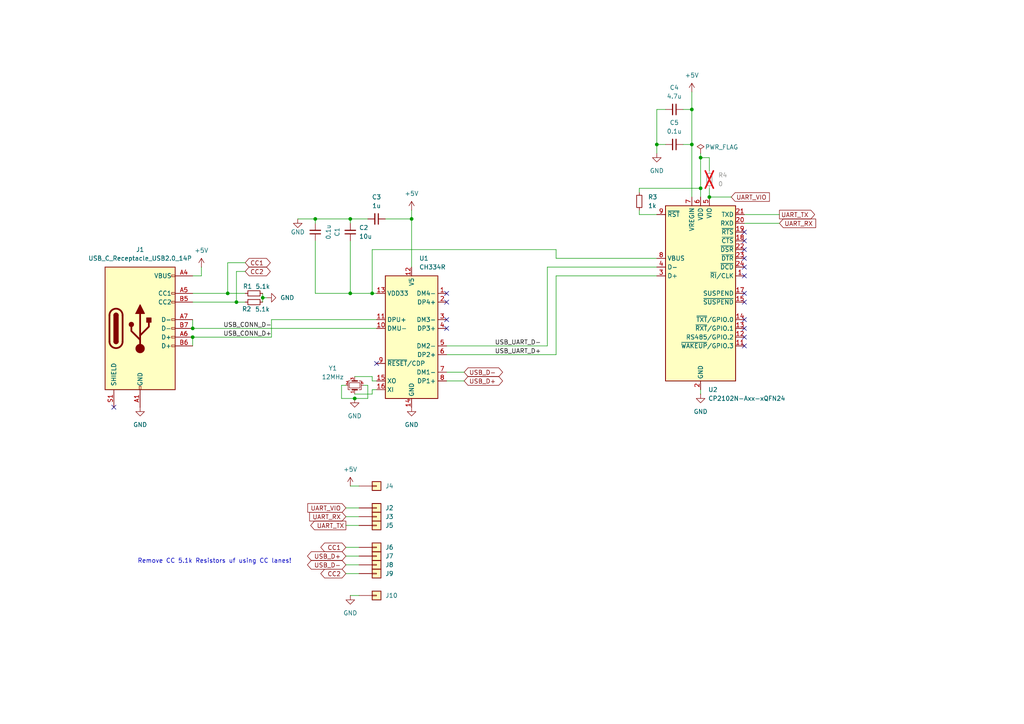
<source format=kicad_sch>
(kicad_sch (version 20231120) (generator "eeschema") (generator_version "8.0")
  (paper "A4")
  (lib_symbols
    (symbol "Conn_01x01_1" (pin_numbers hide) (pin_names (offset 1.016) hide)
      (property "Reference" "J" (at 0 2.54 0))
      (property "Value" "Conn_01x01" (at 0 -2.54 0))
      (symbol "Conn_01x01_1_1_1"
        (rectangle (start -1.27 0.127) (end 0 -0.127) (stroke (width 0.1524)))
        (rectangle (start -1.27 1.27) (end 1.27 -1.27) (stroke (width 0.254)) (fill (type background)))
        (pin passive line (at -5.08 0 0) (length 3.81) (name "Pin_1") (number "1"))
      )
    )
    (symbol "Conn_01x01_2" (pin_numbers hide) (pin_names (offset 1.016) hide)
      (property "Reference" "J" (at 0 2.54 0))
      (property "Value" "Conn_01x01" (at 0 -2.54 0))
      (symbol "Conn_01x01_2_1_1"
        (rectangle (start -1.27 0.127) (end 0 -0.127) (stroke (width 0.1524)))
        (rectangle (start -1.27 1.27) (end 1.27 -1.27) (stroke (width 0.254)) (fill (type background)))
        (pin passive line (at -5.08 0 0) (length 3.81) (name "Pin_1") (number "1"))
      )
    )
    (symbol "Conn_01x01_3" (pin_numbers hide) (pin_names (offset 1.016) hide)
      (property "Reference" "J" (at 0 2.54 0))
      (property "Value" "Conn_01x01" (at 0 -2.54 0))
      (symbol "Conn_01x01_3_1_1"
        (rectangle (start -1.27 0.127) (end 0 -0.127) (stroke (width 0.1524)))
        (rectangle (start -1.27 1.27) (end 1.27 -1.27) (stroke (width 0.254)) (fill (type background)))
        (pin passive line (at -5.08 0 0) (length 3.81) (name "Pin_1") (number "1"))
      )
    )
    (symbol "Conn_01x01_4" (pin_numbers hide) (pin_names (offset 1.016) hide)
      (property "Reference" "J" (at 0 2.54 0))
      (property "Value" "Conn_01x01" (at 0 -2.54 0))
      (symbol "Conn_01x01_4_1_1"
        (rectangle (start -1.27 0.127) (end 0 -0.127) (stroke (width 0.1524)))
        (rectangle (start -1.27 1.27) (end 1.27 -1.27) (stroke (width 0.254)) (fill (type background)))
        (pin passive line (at -5.08 0 0) (length 3.81) (name "Pin_1") (number "1"))
      )
    )
    (symbol "Conn_01x01_5" (pin_numbers hide) (pin_names (offset 1.016) hide)
      (property "Reference" "J" (at 0 2.54 0))
      (property "Value" "Conn_01x01" (at 0 -2.54 0))
      (symbol "Conn_01x01_5_1_1"
        (rectangle (start -1.27 0.127) (end 0 -0.127) (stroke (width 0.1524)))
        (rectangle (start -1.27 1.27) (end 1.27 -1.27) (stroke (width 0.254)) (fill (type background)))
        (pin passive line (at -5.08 0 0) (length 3.81) (name "Pin_1") (number "1"))
      )
    )
    (symbol "Conn_01x01_6" (pin_numbers hide) (pin_names (offset 1.016) hide)
      (property "Reference" "J" (at 0 2.54 0))
      (property "Value" "Conn_01x01" (at 0 -2.54 0))
      (symbol "Conn_01x01_6_1_1"
        (rectangle (start -1.27 0.127) (end 0 -0.127) (stroke (width 0.1524)))
        (rectangle (start -1.27 1.27) (end 1.27 -1.27) (stroke (width 0.254)) (fill (type background)))
        (pin passive line (at -5.08 0 0) (length 3.81) (name "Pin_1") (number "1"))
      )
    )
    (symbol "Conn_01x01_7" (pin_numbers hide) (pin_names (offset 1.016) hide)
      (property "Reference" "J" (at 0 2.54 0))
      (property "Value" "Conn_01x01" (at 0 -2.54 0))
      (symbol "Conn_01x01_7_1_1"
        (rectangle (start -1.27 0.127) (end 0 -0.127) (stroke (width 0.1524)))
        (rectangle (start -1.27 1.27) (end 1.27 -1.27) (stroke (width 0.254)) (fill (type background)))
        (pin passive line (at -5.08 0 0) (length 3.81) (name "Pin_1") (number "1"))
      )
    )
    (symbol "Connector:USB_C_Receptacle_USB2.0_14P" (pin_names (offset 1.016))
      (property "Reference" "J" (at 0 22.225 0))
      (property "Value" "USB_C_Receptacle_USB2.0_14P" (at 0 19.685 0))
      (symbol "USB_C_Receptacle_USB2.0_14P_0_0"
        (rectangle (start -0.254 -17.78) (end 0.254 -16.764))
        (rectangle (start 10.16 -4.826) (end 9.144 -5.334))
        (rectangle (start 10.16 -2.286) (end 9.144 -2.794))
        (rectangle (start 10.16 0.254) (end 9.144 -0.254))
        (rectangle (start 10.16 2.794) (end 9.144 2.286))
        (rectangle (start 10.16 7.874) (end 9.144 7.366))
        (rectangle (start 10.16 10.414) (end 9.144 9.906))
        (rectangle (start 10.16 15.494) (end 9.144 14.986))
      )
      (symbol "USB_C_Receptacle_USB2.0_14P_0_1"
        (rectangle (start -10.16 17.78) (end 10.16 -17.78) (stroke (width 0.254)) (fill (type background)))
        (arc (start -8.89 -3.81) (mid -6.985 -5.7067) (end -5.08 -3.81) (stroke (width 0.508)))
        (arc (start -7.62 -3.81) (mid -6.985 -4.4423) (end -6.35 -3.81) (stroke (width 0.254)))
        (arc (start -7.62 -3.81) (mid -6.985 -4.4423) (end -6.35 -3.81) (stroke (width 0.254)) (fill (type outline)))
        (rectangle (start -7.62 -3.81) (end -6.35 3.81) (stroke (width 0.254)) (fill (type outline)))
        (arc (start -6.35 3.81) (mid -6.985 4.4423) (end -7.62 3.81) (stroke (width 0.254)))
        (arc (start -6.35 3.81) (mid -6.985 4.4423) (end -7.62 3.81) (stroke (width 0.254)) (fill (type outline)))
        (arc (start -5.08 3.81) (mid -6.985 5.7067) (end -8.89 3.81) (stroke (width 0.508)))
        (circle (center -2.54 1.143) (radius 0.635) (stroke (width 0.254)) (fill (type outline)))
        (circle (center 0 -5.842) (radius 1.27) (fill (type outline)))
        (polyline (pts (xy -8.89 -3.81) (xy -8.89 3.81)) (stroke (width 0.508)))
        (polyline (pts (xy -5.08 3.81) (xy -5.08 -3.81)) (stroke (width 0.508)))
        (polyline (pts (xy 0 -5.842) (xy 0 4.318)) (stroke (width 0.508)))
        (polyline (pts (xy 0 -3.302) (xy -2.54 -0.762) (xy -2.54 0.508)) (stroke (width 0.508)))
        (polyline (pts (xy 0 -2.032) (xy 2.54 0.508) (xy 2.54 1.778)) (stroke (width 0.508)))
        (polyline (pts (xy -1.27 4.318) (xy 0 6.858) (xy 1.27 4.318) (xy -1.27 4.318)) (stroke (width 0.254)) (fill (type outline)))
        (rectangle (start 1.905 1.778) (end 3.175 3.048) (stroke (width 0.254)) (fill (type outline)))
      )
      (symbol "USB_C_Receptacle_USB2.0_14P_1_1"
        (pin passive line (at 0 -22.86 90) (length 5.08) (name "GND") (number "A1"))
        (pin passive line (at 0 -22.86 90) (length 5.08) hide (name "GND") (number "A12"))
        (pin passive line (at 15.24 15.24 180) (length 5.08) (name "VBUS") (number "A4"))
        (pin bidirectional line (at 15.24 10.16 180) (length 5.08) (name "CC1") (number "A5"))
        (pin bidirectional line (at 15.24 -2.54 180) (length 5.08) (name "D+") (number "A6"))
        (pin bidirectional line (at 15.24 2.54 180) (length 5.08) (name "D-") (number "A7"))
        (pin passive line (at 15.24 15.24 180) (length 5.08) hide (name "VBUS") (number "A9"))
        (pin passive line (at 0 -22.86 90) (length 5.08) hide (name "GND") (number "B1"))
        (pin passive line (at 0 -22.86 90) (length 5.08) hide (name "GND") (number "B12"))
        (pin passive line (at 15.24 15.24 180) (length 5.08) hide (name "VBUS") (number "B4"))
        (pin bidirectional line (at 15.24 7.62 180) (length 5.08) (name "CC2") (number "B5"))
        (pin bidirectional line (at 15.24 -5.08 180) (length 5.08) (name "D+") (number "B6"))
        (pin bidirectional line (at 15.24 0 180) (length 5.08) (name "D-") (number "B7"))
        (pin passive line (at 15.24 15.24 180) (length 5.08) hide (name "VBUS") (number "B9"))
        (pin passive line (at -7.62 -22.86 90) (length 5.08) (name "SHIELD") (number "S1"))
      )
    )
    (symbol "Connector_Generic:Conn_01x01" (pin_numbers hide) (pin_names (offset 1.016) hide)
      (property "Reference" "J" (at 0 2.54 0))
      (property "Value" "Conn_01x01" (at 0 -2.54 0))
      (symbol "Conn_01x01_1_1"
        (rectangle (start -1.27 0.127) (end 0 -0.127) (stroke (width 0.1524)))
        (rectangle (start -1.27 1.27) (end 1.27 -1.27) (stroke (width 0.254)) (fill (type background)))
        (pin passive line (at -5.08 0 0) (length 3.81) (name "Pin_1") (number "1"))
      )
    )
    (symbol "Device:C_Small" (pin_numbers hide) (pin_names (offset 0.254) hide)
      (property "Reference" "C" (at 0.254 1.778 0))
      (property "Value" "C_Small" (at 0.254 -2.032 0))
      (symbol "C_Small_0_1"
        (polyline (pts (xy -1.524 -0.508) (xy 1.524 -0.508)) (stroke (width 0.3302)))
        (polyline (pts (xy -1.524 0.508) (xy 1.524 0.508)) (stroke (width 0.3048)))
      )
      (symbol "C_Small_1_1"
        (pin passive line (at 0 2.54 270) (length 2.032) (name "~") (number "1"))
        (pin passive line (at 0 -2.54 90) (length 2.032) (name "~") (number "2"))
      )
    )
    (symbol "Device:Crystal_GND24_Small" (pin_names (offset 1.016) hide)
      (property "Reference" "Y" (at 1.27 4.445 0))
      (property "Value" "Crystal_GND24_Small" (at 1.27 2.54 0))
      (symbol "Crystal_GND24_Small_0_1"
        (rectangle (start -0.762 -1.524) (end 0.762 1.524))
        (polyline (pts (xy -1.27 -0.762) (xy -1.27 0.762)) (stroke (width 0.381)))
        (polyline (pts (xy 1.27 -0.762) (xy 1.27 0.762)) (stroke (width 0.381)))
        (polyline (pts (xy -1.27 -1.27) (xy -1.27 -1.905) (xy 1.27 -1.905) (xy 1.27 -1.27)))
        (polyline (pts (xy -1.27 1.27) (xy -1.27 1.905) (xy 1.27 1.905) (xy 1.27 1.27)))
      )
      (symbol "Crystal_GND24_Small_1_1"
        (pin passive line (at -2.54 0 0) (length 1.27) (name "1") (number "1"))
        (pin passive line (at 0 -2.54 90) (length 0.635) (name "2") (number "2"))
        (pin passive line (at 2.54 0 180) (length 1.27) (name "3") (number "3"))
        (pin passive line (at 0 2.54 270) (length 0.635) (name "4") (number "4"))
      )
    )
    (symbol "Device:R_Small" (pin_numbers hide) (pin_names (offset 0.254) hide)
      (property "Reference" "R" (at 0.762 0.508 0))
      (property "Value" "R_Small" (at 0.762 -1.016 0))
      (symbol "R_Small_0_1"
        (rectangle (start -0.762 1.778) (end 0.762 -1.778) (stroke (width 0.2032)))
      )
      (symbol "R_Small_1_1"
        (pin passive line (at 0 2.54 270) (length 0.762) (name "~") (number "1"))
        (pin passive line (at 0 -2.54 90) (length 0.762) (name "~") (number "2"))
      )
    )
    (symbol "Interface_USB:CH334R"
      (property "Reference" "U" (at -7.62 20.32 0))
      (property "Value" "CH334R" (at 2.54 20.32 0))
      (symbol "CH334R_0_1"
        (rectangle (start -7.62 17.78) (end 7.62 -17.78) (stroke (width 0.254)) (fill (type background)))
      )
      (symbol "CH334R_1_1"
        (pin bidirectional line (at 10.16 12.7 180) (length 2.54) (name "DM4-") (number "1"))
        (pin bidirectional line (at -10.16 2.54 0) (length 2.54) (name "DMU-") (number "10"))
        (pin bidirectional line (at -10.16 5.08 0) (length 2.54) (name "DPU+") (number "11"))
        (pin power_in line (at 0 20.32 270) (length 2.54) (name "V5") (number "12"))
        (pin passive line (at -10.16 12.7 0) (length 2.54) (name "VDD33") (number "13"))
        (pin power_in line (at 0 -20.32 90) (length 2.54) (name "GND") (number "14"))
        (pin passive line (at -10.16 -12.7 0) (length 2.54) (name "XO") (number "15"))
        (pin passive line (at -10.16 -15.24 0) (length 2.54) (name "XI") (number "16"))
        (pin bidirectional line (at 10.16 10.16 180) (length 2.54) (name "DP4+") (number "2"))
        (pin bidirectional line (at 10.16 5.08 180) (length 2.54) (name "DM3-") (number "3"))
        (pin bidirectional line (at 10.16 2.54 180) (length 2.54) (name "DP3+") (number "4"))
        (pin bidirectional line (at 10.16 -2.54 180) (length 2.54) (name "DM2-") (number "5"))
        (pin bidirectional line (at 10.16 -5.08 180) (length 2.54) (name "DP2+") (number "6"))
        (pin bidirectional line (at 10.16 -10.16 180) (length 2.54) (name "DM1-") (number "7"))
        (pin bidirectional line (at 10.16 -12.7 180) (length 2.54) (name "DP1+") (number "8"))
        (pin input line (at -10.16 -7.62 0) (length 2.54) (name "~{RESET}/CDP") (number "9"))
      )
    )
    (symbol "Interface_USB:CP2102N-Axx-xQFN24"
      (property "Reference" "U" (at -8.89 26.67 0))
      (property "Value" "CP2102N-Axx-xQFN24" (at 13.97 26.67 0))
      (symbol "CP2102N-Axx-xQFN24_0_1"
        (rectangle (start -10.16 25.4) (end 10.16 -25.4) (stroke (width 0.254)) (fill (type background)))
      )
      (symbol "CP2102N-Axx-xQFN24_1_1"
        (pin bidirectional line (at 12.7 5.08 180) (length 2.54) (name "~{RI}/CLK") (number "1"))
        (pin no_connect line (at -10.16 -22.86 0) (length 2.54) hide (name "NC") (number "10"))
        (pin bidirectional line (at 12.7 -15.24 180) (length 2.54) (name "~{WAKEUP}/GPIO.3") (number "11"))
        (pin bidirectional line (at 12.7 -12.7 180) (length 2.54) (name "RS485/GPIO.2") (number "12"))
        (pin bidirectional line (at 12.7 -10.16 180) (length 2.54) (name "~{RXT}/GPIO.1") (number "13"))
        (pin bidirectional line (at 12.7 -7.62 180) (length 2.54) (name "~{TXT}/GPIO.0") (number "14"))
        (pin output line (at 12.7 -2.54 180) (length 2.54) (name "~{SUSPEND}") (number "15"))
        (pin no_connect line (at 10.16 -22.86 180) (length 2.54) hide (name "NC") (number "16"))
        (pin output line (at 12.7 0 180) (length 2.54) (name "SUSPEND") (number "17"))
        (pin input line (at 12.7 15.24 180) (length 2.54) (name "~{CTS}") (number "18"))
        (pin output line (at 12.7 17.78 180) (length 2.54) (name "~{RTS}") (number "19"))
        (pin power_in line (at 0 -27.94 90) (length 2.54) (name "GND") (number "2"))
        (pin input line (at 12.7 20.32 180) (length 2.54) (name "RXD") (number "20"))
        (pin output line (at 12.7 22.86 180) (length 2.54) (name "TXD") (number "21"))
        (pin input line (at 12.7 12.7 180) (length 2.54) (name "~{DSR}") (number "22"))
        (pin output line (at 12.7 10.16 180) (length 2.54) (name "~{DTR}") (number "23"))
        (pin input line (at 12.7 7.62 180) (length 2.54) (name "~{DCD}") (number "24"))
        (pin passive line (at 0 -27.94 90) (length 2.54) hide (name "GND") (number "25"))
        (pin bidirectional line (at -12.7 5.08 0) (length 2.54) (name "D+") (number "3"))
        (pin bidirectional line (at -12.7 7.62 0) (length 2.54) (name "D-") (number "4"))
        (pin power_in line (at 2.54 27.94 270) (length 2.54) (name "VIO") (number "5"))
        (pin power_in line (at 0 27.94 270) (length 2.54) (name "VDD") (number "6"))
        (pin power_in line (at -2.54 27.94 270) (length 2.54) (name "VREGIN") (number "7"))
        (pin input line (at -12.7 10.16 0) (length 2.54) (name "VBUS") (number "8"))
        (pin input line (at -12.7 22.86 0) (length 2.54) (name "~{RST}") (number "9"))
      )
    )
    (symbol "power:+5V" (power) (pin_numbers hide) (pin_names (offset 0) hide)
      (property "Value" "+5V" (at 0 3.556 0))
      (symbol "+5V_0_1"
        (polyline (pts (xy -0.762 1.27) (xy 0 2.54)))
        (polyline (pts (xy 0 0) (xy 0 2.54)))
        (polyline (pts (xy 0 2.54) (xy 0.762 1.27)))
      )
      (symbol "+5V_1_1"
        (pin power_in line (at 0 0 90) (length 0) (name "~") (number "1"))
      )
    )
    (symbol "power:GND" (power) (pin_numbers hide) (pin_names (offset 0) hide)
      (property "Value" "GND" (at 0 -3.81 0))
      (symbol "GND_0_1"
        (polyline (pts (xy 0 0) (xy 0 -1.27) (xy 1.27 -1.27) (xy 0 -2.54) (xy -1.27 -1.27) (xy 0 -1.27)))
      )
      (symbol "GND_1_1"
        (pin power_in line (at 0 0 270) (length 0) (name "~") (number "1"))
      )
    )
    (symbol "power:PWR_FLAG" (power) (pin_numbers hide) (pin_names (offset 0) hide)
      (property "Value" "PWR_FLAG" (at 0 3.81 0))
      (symbol "PWR_FLAG_0_0"
        (pin power_out line (at 0 0 90) (length 0) (name "~") (number "1"))
      )
      (symbol "PWR_FLAG_0_1"
        (polyline (pts (xy 0 0) (xy 0 1.27) (xy -1.016 1.905) (xy 0 2.54) (xy 1.016 1.905) (xy 0 1.27)))
      )
    )
  )
  (junction (at 200.66 31.75))
  (junction (at 91.44 63.5))
  (junction (at 68.58 87.63))
  (junction (at 66.04 85.09))
  (junction (at 101.6 85.09))
  (junction (at 102.87 115.57))
  (junction (at 200.66 41.91))
  (junction (at 203.2 54.61))
  (junction (at 101.6 63.5))
  (junction (at 76.2 86.36))
  (junction (at 190.5 41.91))
  (junction (at 55.88 95.25))
  (junction (at 107.95 85.09))
  (junction (at 119.38 63.5))
  (junction (at 55.88 97.79))
  (junction (at 205.74 57.15))
  (junction (at 203.2 45.72))
  (no_connect (at 215.9 100.33))
  (no_connect (at 33.02 118.11))
  (no_connect (at 215.9 85.09))
  (no_connect (at 215.9 87.63))
  (no_connect (at 109.22 105.41))
  (no_connect (at 215.9 74.93))
  (no_connect (at 129.54 87.63))
  (no_connect (at 129.54 85.09))
  (no_connect (at 215.9 67.31))
  (no_connect (at 215.9 69.85))
  (no_connect (at 129.54 92.71))
  (no_connect (at 215.9 72.39))
  (no_connect (at 129.54 95.25))
  (no_connect (at 215.9 80.01))
  (no_connect (at 215.9 97.79))
  (no_connect (at 215.9 77.47))
  (no_connect (at 215.9 95.25))
  (no_connect (at 215.9 92.71))
  (wire (pts (xy 193.04 31.75) (xy 190.5 31.75)))
  (wire (pts (xy 68.58 78.74) (xy 68.58 87.63)))
  (wire (pts (xy 101.6 63.5) (xy 106.68 63.5)))
  (wire (pts (xy 129.54 100.33) (xy 158.75 100.33)))
  (wire (pts (xy 185.42 54.61) (xy 203.2 54.61)))
  (wire (pts (xy 185.42 62.23) (xy 190.5 62.23)))
  (wire (pts (xy 91.44 85.09) (xy 101.6 85.09)))
  (wire (pts (xy 198.12 41.91) (xy 200.66 41.91)))
  (wire (pts (xy 71.12 76.2) (xy 66.04 76.2)))
  (wire (pts (xy 203.2 54.61) (xy 203.2 57.15)))
  (wire (pts (xy 107.95 114.3) (xy 102.87 114.3)))
  (wire (pts (xy 215.9 62.23) (xy 226.06 62.23)))
  (wire (pts (xy 101.6 63.5) (xy 91.44 63.5)))
  (wire (pts (xy 203.2 44.45) (xy 203.2 45.72)))
  (wire (pts (xy 106.68 115.57) (xy 102.87 115.57)))
  (wire (pts (xy 190.5 41.91) (xy 193.04 41.91)))
  (wire (pts (xy 107.95 110.49) (xy 109.22 110.49)))
  (wire (pts (xy 55.88 92.71) (xy 55.88 95.25)))
  (wire (pts (xy 76.2 86.36) (xy 77.47 86.36)))
  (wire (pts (xy 86.36 63.5) (xy 91.44 63.5)))
  (wire (pts (xy 205.74 49.53) (xy 205.74 45.72)))
  (wire (pts (xy 100.33 158.75) (xy 104.14 158.75)))
  (wire (pts (xy 101.6 172.72) (xy 104.14 172.72)))
  (wire (pts (xy 203.2 45.72) (xy 203.2 54.61)))
  (wire (pts (xy 215.9 64.77) (xy 226.06 64.77)))
  (wire (pts (xy 119.38 63.5) (xy 111.76 63.5)))
  (wire (pts (xy 104.14 161.29) (xy 100.33 161.29)))
  (wire (pts (xy 99.06 115.57) (xy 99.06 111.76)))
  (wire (pts (xy 107.95 113.03) (xy 107.95 114.3)))
  (wire (pts (xy 190.5 77.47) (xy 158.75 77.47)))
  (wire (pts (xy 107.95 85.09) (xy 109.22 85.09)))
  (wire (pts (xy 101.6 85.09) (xy 107.95 85.09)))
  (wire (pts (xy 101.6 69.85) (xy 101.6 85.09)))
  (wire (pts (xy 190.5 44.45) (xy 190.5 41.91)))
  (wire (pts (xy 203.2 45.72) (xy 205.74 45.72)))
  (wire (pts (xy 100.33 152.4) (xy 104.14 152.4)))
  (wire (pts (xy 71.12 87.63) (xy 68.58 87.63)))
  (wire (pts (xy 198.12 31.75) (xy 200.66 31.75)))
  (wire (pts (xy 66.04 85.09) (xy 55.88 85.09)))
  (wire (pts (xy 55.88 80.01) (xy 58.42 80.01)))
  (wire (pts (xy 107.95 109.22) (xy 107.95 110.49)))
  (wire (pts (xy 161.29 72.39) (xy 107.95 72.39)))
  (wire (pts (xy 161.29 80.01) (xy 161.29 102.87)))
  (wire (pts (xy 200.66 26.67) (xy 200.66 31.75)))
  (wire (pts (xy 107.95 72.39) (xy 107.95 85.09)))
  (wire (pts (xy 71.12 85.09) (xy 66.04 85.09)))
  (wire (pts (xy 203.2 114.3) (xy 203.2 113.03)))
  (wire (pts (xy 106.68 111.76) (xy 106.68 115.57)))
  (wire (pts (xy 205.74 54.61) (xy 205.74 57.15)))
  (wire (pts (xy 58.42 80.01) (xy 58.42 77.47)))
  (wire (pts (xy 185.42 55.88) (xy 185.42 54.61)))
  (wire (pts (xy 109.22 92.71) (xy 78.74 92.71)))
  (wire (pts (xy 100.33 147.32) (xy 104.14 147.32)))
  (wire (pts (xy 161.29 102.87) (xy 129.54 102.87)))
  (wire (pts (xy 100.33 166.37) (xy 104.14 166.37)))
  (wire (pts (xy 107.95 113.03) (xy 109.22 113.03)))
  (wire (pts (xy 55.88 97.79) (xy 55.88 100.33)))
  (wire (pts (xy 91.44 69.85) (xy 91.44 85.09)))
  (wire (pts (xy 76.2 86.36) (xy 76.2 87.63)))
  (wire (pts (xy 71.12 78.74) (xy 68.58 78.74)))
  (wire (pts (xy 185.42 62.23) (xy 185.42 60.96)))
  (wire (pts (xy 91.44 63.5) (xy 91.44 64.77)))
  (wire (pts (xy 101.6 140.97) (xy 104.14 140.97)))
  (wire (pts (xy 66.04 76.2) (xy 66.04 85.09)))
  (wire (pts (xy 205.74 57.15) (xy 212.09 57.15)))
  (wire (pts (xy 119.38 77.47) (xy 119.38 63.5)))
  (wire (pts (xy 161.29 72.39) (xy 161.29 74.93)))
  (wire (pts (xy 78.74 92.71) (xy 78.74 97.79)))
  (wire (pts (xy 200.66 31.75) (xy 200.66 41.91)))
  (wire (pts (xy 104.14 163.83) (xy 100.33 163.83)))
  (wire (pts (xy 101.6 64.77) (xy 101.6 63.5)))
  (wire (pts (xy 55.88 97.79) (xy 78.74 97.79)))
  (wire (pts (xy 119.38 60.96) (xy 119.38 63.5)))
  (wire (pts (xy 190.5 31.75) (xy 190.5 41.91)))
  (wire (pts (xy 76.2 85.09) (xy 76.2 86.36)))
  (wire (pts (xy 102.87 109.22) (xy 107.95 109.22)))
  (wire (pts (xy 129.54 107.95) (xy 134.62 107.95)))
  (wire (pts (xy 105.41 111.76) (xy 106.68 111.76)))
  (wire (pts (xy 190.5 80.01) (xy 161.29 80.01)))
  (wire (pts (xy 200.66 41.91) (xy 200.66 57.15)))
  (wire (pts (xy 158.75 77.47) (xy 158.75 100.33)))
  (wire (pts (xy 100.33 149.86) (xy 104.14 149.86)))
  (wire (pts (xy 109.22 95.25) (xy 55.88 95.25)))
  (wire (pts (xy 99.06 111.76) (xy 100.33 111.76)))
  (wire (pts (xy 129.54 110.49) (xy 134.62 110.49)))
  (wire (pts (xy 102.87 115.57) (xy 99.06 115.57)))
  (wire (pts (xy 161.29 74.93) (xy 190.5 74.93)))
  (wire (pts (xy 68.58 87.63) (xy 55.88 87.63)))
  (text "Remove CC 5.1k Resistors uf using CC lanes!" (at 62.23 162.814 0) (effects (font (size 1.27 1.27))))
  (label "USB_CONN_D-" (at 64.77 95.25 0))
  (label "USB_UART_D+" (at 143.51 102.87 0))
  (label "USB_CONN_D+" (at 64.77 97.79 0))
  (label "USB_UART_D-" (at 143.51 100.33 0))
  (global_label "UART_TX" (shape output) (at 226.06 62.23 0) (property "Intersheetrefs" "${INTERSHEET_REFS}" (effects (hide yes))))
  (global_label "UART_RX" (shape input) (at 100.33 149.86 180) (property "Intersheetrefs" "${INTERSHEET_REFS}" (effects (hide yes))))
  (global_label "UART_VIO" (shape input) (at 100.33 147.32 180) (property "Intersheetrefs" "${INTERSHEET_REFS}" (effects (hide yes))))
  (global_label "USB_D-" (shape bidirectional) (at 100.33 163.83 180) (property "Intersheetrefs" "${INTERSHEET_REFS}" (effects (hide yes))))
  (global_label "UART_VIO" (shape input) (at 212.09 57.15 0) (property "Intersheetrefs" "${INTERSHEET_REFS}" (effects (hide yes))))
  (global_label "CC2" (shape bidirectional) (at 100.33 166.37 180) (property "Intersheetrefs" "${INTERSHEET_REFS}" (effects (hide yes))))
  (global_label "CC2" (shape bidirectional) (at 71.12 78.74 0) (property "Intersheetrefs" "${INTERSHEET_REFS}" (effects (hide yes))))
  (global_label "CC1" (shape bidirectional) (at 100.33 158.75 180) (property "Intersheetrefs" "${INTERSHEET_REFS}" (effects (hide yes))))
  (global_label "USB_D-" (shape bidirectional) (at 134.62 107.95 0) (property "Intersheetrefs" "${INTERSHEET_REFS}" (effects (hide yes))))
  (global_label "USB_D+" (shape bidirectional) (at 100.33 161.29 180) (property "Intersheetrefs" "${INTERSHEET_REFS}" (effects (hide yes))))
  (global_label "USB_D+" (shape bidirectional) (at 134.62 110.49 0) (property "Intersheetrefs" "${INTERSHEET_REFS}" (effects (hide yes))))
  (global_label "UART_RX" (shape input) (at 226.06 64.77 0) (property "Intersheetrefs" "${INTERSHEET_REFS}" (effects (hide yes))))
  (global_label "UART_TX" (shape output) (at 100.33 152.4 180) (property "Intersheetrefs" "${INTERSHEET_REFS}" (effects (hide yes))))
  (global_label "CC1" (shape bidirectional) (at 71.12 76.2 0) (property "Intersheetrefs" "${INTERSHEET_REFS}" (effects (hide yes))))
  (symbol (lib_id "Device:R_Small") (at 73.66 85.09 90) (unit 1)
    (property "Reference" "R1" (at 73.152 83.058 90) (effects (justify left)))
    (property "Value" "5.1k" (at 76.2 83.82 90) (effects (justify top)))
    (property "Footprint" "Resistor_SMD:R_0402_1005Metric" (effects (hide yes)))
    (property "Description" "Resistor, small symbol" (effects (hide yes)))
    (property "LCSC" "C25905" (effects (hide yes)))
  )
  (symbol (lib_id "Device:C_Small") (at 101.6 67.31 180) (unit 1)
    (property "Reference" "C2" (at 104.14 66.0335 0) (effects (justify right)))
    (property "Value" "10u" (at 104.14 68.5735 0) (effects (justify right)))
    (property "Footprint" "Capacitor_SMD:C_0402_1005Metric" (effects (hide yes)))
    (property "Description" "Unpolarized capacitor, small symbol" (effects (hide yes)))
    (property "LCSC" "C15525" (effects (hide yes)))
  )
  (symbol (lib_name "Conn_01x01_2") (lib_id "Connector_Generic:Conn_01x01") (at 109.22 147.32 0) (unit 1)
    (property "Reference" "J2" (at 111.76 147.32 0) (effects (justify left)))
    (property "Value" "Conn_01x01" (effects (hide yes)))
    (property "Footprint" "TestPoint:TestPoint_Pad_1.0x1.0mm" (effects (hide yes)))
    (property "Description" "Generic connector, single row, 01x01, script generated (kicad-library-utils/schlib/autogen/connector/)" (effects (hide yes)))
  )
  (symbol (lib_id "power:GND") (at 203.2 114.3 0) (unit 1)
    (property "Reference" "#PWR09" (effects (hide yes)))
    (property "Value" "GND" (at 203.2 119.38 0))
    (property "Description" "Power symbol creates a global label with name \"GND\" , ground" (effects (hide yes)))
  )
  (symbol (lib_id "power:GND") (at 86.36 63.5 0) (unit 1)
    (property "Reference" "#PWR03" (effects (hide yes)))
    (property "Value" "GND" (at 86.36 67.31 0))
    (property "Description" "Power symbol creates a global label with name \"GND\" , ground" (effects (hide yes)))
  )
  (symbol (lib_id "power:GND") (at 102.87 115.57 0) (unit 1)
    (property "Reference" "#PWR04" (effects (hide yes)))
    (property "Value" "GND" (at 102.87 120.65 0))
    (property "Description" "Power symbol creates a global label with name \"GND\" , ground" (effects (hide yes)))
  )
  (symbol (lib_name "Conn_01x01_3") (lib_id "Connector_Generic:Conn_01x01") (at 109.22 149.86 0) (unit 1)
    (property "Reference" "J3" (at 111.76 149.86 0) (effects (justify left)))
    (property "Value" "Conn_01x01" (effects (hide yes)))
    (property "Footprint" "TestPoint:TestPoint_Pad_1.0x1.0mm" (effects (hide yes)))
    (property "Description" "Generic connector, single row, 01x01, script generated (kicad-library-utils/schlib/autogen/connector/)" (effects (hide yes)))
  )
  (symbol (lib_name "Conn_01x01_4") (lib_id "Connector_Generic:Conn_01x01") (at 109.22 152.4 0) (unit 1)
    (property "Reference" "J5" (at 111.76 152.4 0) (effects (justify left)))
    (property "Value" "Conn_01x01" (effects (hide yes)))
    (property "Footprint" "TestPoint:TestPoint_Pad_1.0x1.0mm" (effects (hide yes)))
    (property "Description" "Generic connector, single row, 01x01, script generated (kicad-library-utils/schlib/autogen/connector/)" (effects (hide yes)))
  )
  (symbol (lib_id "Device:C_Small") (at 195.58 31.75 270) (unit 1)
    (property "Reference" "C4" (at 195.5736 25.4 90))
    (property "Value" "4.7u" (at 195.5736 27.94 90))
    (property "Footprint" "Capacitor_SMD:C_0402_1005Metric" (effects (hide yes)))
    (property "Description" "Unpolarized capacitor, small symbol" (effects (hide yes)))
    (property "LCSC" "C23733" (effects (hide yes)))
  )
  (symbol (lib_id "power:GND") (at 101.6 172.72 0) (unit 1)
    (property "Reference" "#PWR011" (effects (hide yes)))
    (property "Value" "GND" (at 101.6 177.8 0))
    (property "Description" "Power symbol creates a global label with name \"GND\" , ground" (effects (hide yes)))
  )
  (symbol (lib_id "power:GND") (at 119.38 118.11 0) (unit 1)
    (property "Reference" "#PWR06" (effects (hide yes)))
    (property "Value" "GND" (at 119.38 123.19 0))
    (property "Description" "Power symbol creates a global label with name \"GND\" , ground" (effects (hide yes)))
  )
  (symbol (lib_id "power:GND") (at 77.47 86.36 90) (unit 1)
    (property "Reference" "#PWR02" (effects (hide yes)))
    (property "Value" "GND" (at 81.28 86.3599 90) (effects (justify right)))
    (property "Description" "Power symbol creates a global label with name \"GND\" , ground" (effects (hide yes)))
  )
  (symbol (lib_id "Interface_USB:CP2102N-Axx-xQFN24") (at 203.2 85.09 0) (unit 1)
    (property "Reference" "U2" (at 205.3941 113.03 0) (effects (justify left)))
    (property "Value" "CP2102N-Axx-xQFN24" (at 205.3941 115.57 0) (effects (justify left)))
    (property "Footprint" "Package_DFN_QFN:QFN-24-1EP_4x4mm_P0.5mm_EP2.6x2.6mm" (effects (hide yes)))
    (property "Datasheet" "https://www.silabs.com/documents/public/data-sheets/cp2102n-datasheet.pdf" (effects (hide yes)))
    (property "Description" "USB to UART master bridge, QFN-24" (effects (hide yes)))
    (property "LCSC" "C969151" (effects (hide yes)))
  )
  (symbol (lib_id "power:+5V") (at 200.66 26.67 0) (unit 1)
    (property "Reference" "#PWR08" (effects (hide yes)))
    (property "Value" "+5V" (at 200.66 21.844 0))
    (property "Description" "Power symbol creates a global label with name \"+5V\"" (effects (hide yes)))
  )
  (symbol (lib_id "Connector_Generic:Conn_01x01") (at 109.22 166.37 0) (unit 1)
    (property "Reference" "J9" (at 111.76 166.37 0) (effects (justify left)))
    (property "Value" "Conn_01x01" (effects (hide yes)))
    (property "Footprint" "TestPoint:TestPoint_Pad_1.0x1.0mm" (effects (hide yes)))
    (property "Description" "Generic connector, single row, 01x01, script generated (kicad-library-utils/schlib/autogen/connector/)" (effects (hide yes)))
  )
  (symbol (lib_id "power:+5V") (at 119.38 60.96 0) (unit 1)
    (property "Reference" "#PWR05" (effects (hide yes)))
    (property "Value" "+5V" (at 119.38 56.134 0))
    (property "Description" "Power symbol creates a global label with name \"+5V\"" (effects (hide yes)))
  )
  (symbol (lib_id "power:+5V") (at 101.6 140.97 0) (unit 1)
    (property "Reference" "#PWR010" (effects (hide yes)))
    (property "Value" "+5V" (at 101.6 136.144 0))
    (property "Description" "Power symbol creates a global label with name \"+5V\"" (effects (hide yes)))
  )
  (symbol (lib_id "Device:Crystal_GND24_Small") (at 102.87 111.76 270) (mirror x) (unit 1)
    (property "Reference" "Y1" (at 96.52 106.8068 90))
    (property "Value" "12MHz" (at 96.52 109.3468 90))
    (property "Footprint" "Crystal:Crystal_SMD_3225-4Pin_3.2x2.5mm" (effects (hide yes)))
    (property "Description" "Four pin crystal, GND on pins 2 and 4, small symbol" (effects (hide yes)))
    (property "LCSC" "C9002" (effects (hide yes)))
  )
  (symbol (lib_id "Device:R_Small") (at 205.74 52.07 0) (unit 1) (dnp yes)
    (property "Reference" "R4" (at 208.28 50.7999 0) (effects (justify left)))
    (property "Value" "0" (at 208.28 53.3399 0) (effects (justify left)))
    (property "Footprint" "Resistor_SMD:R_0402_1005Metric" (effects (hide yes)))
    (property "Description" "Resistor, small symbol" (effects (hide yes)))
    (property "LCSC" "C11702" (effects (hide yes)))
  )
  (symbol (lib_id "power:GND") (at 40.64 118.11 0) (unit 1)
    (property "Reference" "#PWR01" (effects (hide yes)))
    (property "Value" "GND" (at 40.64 123.19 0))
    (property "Description" "Power symbol creates a global label with name \"GND\" , ground" (effects (hide yes)))
  )
  (symbol (lib_name "Conn_01x01_1") (lib_id "Connector_Generic:Conn_01x01") (at 109.22 172.72 0) (unit 1)
    (property "Reference" "J10" (at 111.76 172.72 0) (effects (justify left)))
    (property "Value" "Conn_01x01" (effects (hide yes)))
    (property "Footprint" "TestPoint:TestPoint_Pad_1.5x1.5mm" (effects (hide yes)))
    (property "Description" "Generic connector, single row, 01x01, script generated (kicad-library-utils/schlib/autogen/connector/)" (effects (hide yes)))
  )
  (symbol (lib_name "Conn_01x01_6") (lib_id "Connector_Generic:Conn_01x01") (at 109.22 161.29 0) (unit 1)
    (property "Reference" "J7" (at 111.76 161.29 0) (effects (justify left)))
    (property "Value" "Conn_01x01" (effects (hide yes)))
    (property "Footprint" "TestPoint:TestPoint_Pad_1.0x1.0mm" (effects (hide yes)))
    (property "Description" "Generic connector, single row, 01x01, script generated (kicad-library-utils/schlib/autogen/connector/)" (effects (hide yes)))
  )
  (symbol (lib_name "Conn_01x01_7") (lib_id "Connector_Generic:Conn_01x01") (at 109.22 163.83 0) (unit 1)
    (property "Reference" "J8" (at 111.76 163.83 0) (effects (justify left)))
    (property "Value" "Conn_01x01" (effects (hide yes)))
    (property "Footprint" "TestPoint:TestPoint_Pad_1.0x1.0mm" (effects (hide yes)))
    (property "Description" "Generic connector, single row, 01x01, script generated (kicad-library-utils/schlib/autogen/connector/)" (effects (hide yes)))
  )
  (symbol (lib_id "Device:R_Small") (at 73.66 87.63 90) (unit 1)
    (property "Reference" "R2" (at 72.898 88.9 90) (effects (justify left bottom)))
    (property "Value" "5.1k" (at 78.232 90.424 90) (effects (justify left top)))
    (property "Footprint" "Resistor_SMD:R_0402_1005Metric" (effects (hide yes)))
    (property "Description" "Resistor, small symbol" (effects (hide yes)))
    (property "LCSC" "C25905" (effects (hide yes)))
  )
  (symbol (lib_id "Device:C_Small") (at 109.22 63.5 270) (unit 1)
    (property "Reference" "C3" (at 109.2136 57.15 90))
    (property "Value" "1u" (at 109.2136 59.69 90))
    (property "Footprint" "Capacitor_SMD:C_0402_1005Metric" (effects (hide yes)))
    (property "Description" "Unpolarized capacitor, small symbol" (effects (hide yes)))
    (property "LCSC" "C52923" (effects (hide yes)))
  )
  (symbol (lib_id "Device:C_Small") (at 195.58 41.91 270) (unit 1)
    (property "Reference" "C5" (at 195.5736 35.56 90))
    (property "Value" "0.1u" (at 195.5736 38.1 90))
    (property "Footprint" "Capacitor_SMD:C_0402_1005Metric" (effects (hide yes)))
    (property "Description" "Unpolarized capacitor, small symbol" (effects (hide yes)))
    (property "LCSC" "C1525" (effects (hide yes)))
  )
  (symbol (lib_name "Conn_01x01_1") (lib_id "Connector_Generic:Conn_01x01") (at 109.22 140.97 0) (unit 1)
    (property "Reference" "J4" (at 111.76 140.97 0) (effects (justify left)))
    (property "Value" "Conn_01x01" (effects (hide yes)))
    (property "Footprint" "TestPoint:TestPoint_Pad_1.5x1.5mm" (effects (hide yes)))
    (property "Description" "Generic connector, single row, 01x01, script generated (kicad-library-utils/schlib/autogen/connector/)" (effects (hide yes)))
  )
  (symbol (lib_name "Conn_01x01_5") (lib_id "Connector_Generic:Conn_01x01") (at 109.22 158.75 0) (unit 1)
    (property "Reference" "J6" (at 111.76 158.75 0) (effects (justify left)))
    (property "Value" "Conn_01x01" (effects (hide yes)))
    (property "Footprint" "TestPoint:TestPoint_Pad_1.0x1.0mm" (effects (hide yes)))
    (property "Description" "Generic connector, single row, 01x01, script generated (kicad-library-utils/schlib/autogen/connector/)" (effects (hide yes)))
  )
  (symbol (lib_id "power:GND") (at 190.5 44.45 0) (unit 1)
    (property "Reference" "#PWR07" (effects (hide yes)))
    (property "Value" "GND" (at 190.5 49.53 0))
    (property "Description" "Power symbol creates a global label with name \"GND\" , ground" (effects (hide yes)))
  )
  (symbol (lib_id "power:PWR_FLAG") (at 203.2 44.45 0) (unit 1)
    (property "Reference" "#FLG01" (effects (hide yes)))
    (property "Value" "PWR_FLAG" (at 209.296 42.672 0))
    (property "Description" "Special symbol for telling ERC where power comes from" (effects (hide yes)))
  )
  (symbol (lib_id "Connector:USB_C_Receptacle_USB2.0_14P") (at 40.64 95.25 0) (unit 1)
    (property "Reference" "J1" (at 40.64 72.39 0))
    (property "Value" "USB_C_Receptacle_USB2.0_14P" (at 40.64 74.93 0))
    (property "Footprint" "Connector_USB:USB_C_Receptacle_HRO_TYPE-C-31-M-12" (effects (hide yes)))
    (property "Datasheet" "https://www.usb.org/sites/default/files/documents/usb_type-c.zip" (effects (hide yes)))
    (property "Description" "USB 2.0-only 14P Type-C Receptacle connector" (effects (hide yes)))
    (property "LCSC" "C165948" (effects (hide yes)))
  )
  (symbol (lib_id "Device:R_Small") (at 185.42 58.42 0) (unit 1)
    (property "Reference" "R3" (at 187.96 57.1499 0) (effects (justify left)))
    (property "Value" "1k" (at 187.96 59.6899 0) (effects (justify left)))
    (property "Footprint" "Resistor_SMD:R_0402_1005Metric" (effects (hide yes)))
    (property "Description" "Resistor, small symbol" (effects (hide yes)))
    (property "LCSC" "C11702" (effects (hide yes)))
  )
  (symbol (lib_id "Device:C_Small") (at 91.44 67.31 180) (unit 1)
    (property "Reference" "C1" (at 97.79 67.3036 90))
    (property "Value" "0.1u" (at 95.25 67.3036 90))
    (property "Footprint" "Capacitor_SMD:C_0402_1005Metric" (effects (hide yes)))
    (property "Description" "Unpolarized capacitor, small symbol" (effects (hide yes)))
    (property "LCSC" "C1525" (effects (hide yes)))
  )
  (symbol (lib_id "Interface_USB:CH334R") (at 119.38 97.79 0) (unit 1)
    (property "Reference" "U1" (at 121.5741 74.93 0) (effects (justify left)))
    (property "Value" "CH334R" (at 121.5741 77.47 0) (effects (justify left)))
    (property "Footprint" "Package_SO:QSOP-16_3.9x4.9mm_P0.635mm" (effects (hide yes)))
    (property "Datasheet" "https://www.wch-ic.com/downloads/file/327.html" (effects (hide yes)))
    (property "Description" "USB HUB controller, UART, QSOP-16" (effects (hide yes)))
    (property "LCSC" "C4154405" (effects (hide yes)))
  )
  (symbol (lib_id "power:+5V") (at 58.42 77.47 0) (unit 1)
    (property "Reference" "#PWR012" (effects (hide yes)))
    (property "Value" "+5V" (at 58.42 72.644 0))
    (property "Description" "Power symbol creates a global label with name \"+5V\"" (effects (hide yes)))
  )
)
</source>
